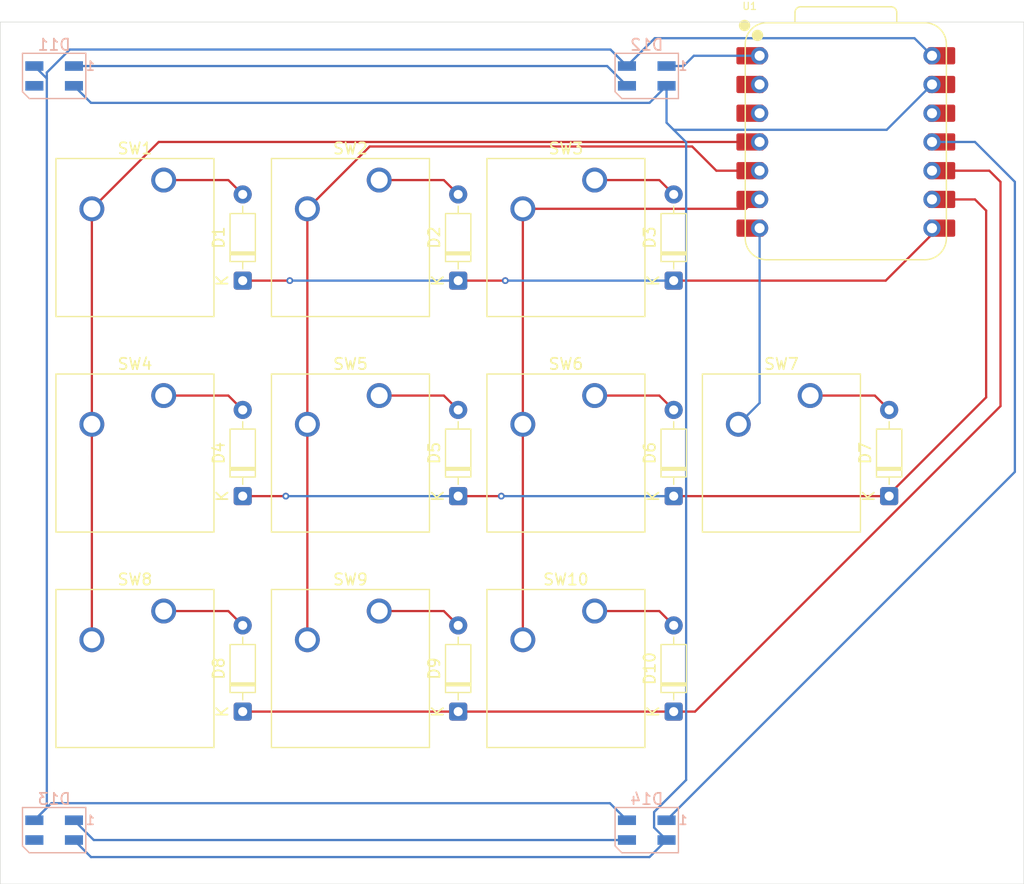
<source format=kicad_pcb>
(kicad_pcb (version 20241229) (generator "pcbnew") (generator_version "9.0")
  (layers (0 "F.Cu" signal) (2 "B.Cu" signal) (13 "F.Paste" user) (15 "B.Paste" user) (5 "F.SilkS" user "F.Silkscreen") (7 "B.SilkS" user "B.Silkscreen") (1 "F.Mask" user) (3 "B.Mask" user) (25 "Edge.Cuts" user))
  (net 0 "")
  (net 1 "Net-(D2-A)")
  (net 2 "Row 0")
  (net 3 "Net-(D3-A)")
  (net 4 "Net-(D4-A)")
  (net 5 "Net-(D5-A)")
  (net 6 "Row 1")
  (net 7 "Net-(D6-A)")
  (net 8 "Net-(D7-A)")
  (net 9 "Row 2")
  (net 10 "Net-(D8-A)")
  (net 11 "Net-(D9-A)")
  (net 12 "Net-(D10-A)")
  (net 13 "Col 0")
  (net 14 "Col 1")
  (net 15 "Col 2")
  (net 16 "GND")
  (net 17 "+5V")
  (net 21 "Net-(D11-DOUT)")
  (net 22 "Net-(D1-A)")
  (net 23 "Net-(D13-DOUT)")
  (net 24 "Col 3")
  (net 26 "Net-(D14-DOUT)")
  (net 28 "Net-(D12-DOUT)")
  (footprint "Diode_THT:D_DO-35_SOD27_P7.62mm_Horizontal" (layer "F.Cu") (at 166.6875 101.44125 90)
    (property "Reference" "D3" (at 3.81 -2.12 90) (layer "F.SilkS"))
    (property "Value" "D")
    (fp_line (start 2.53 -1.12) (end 2.53 1.12) (stroke (width 0.12)) (layer "F.SilkS"))
    (fp_line (start 2.41 -1.12) (end 2.41 1.12) (stroke (width 0.12)) (layer "F.SilkS"))
    (fp_line (start 2.29 -1.12) (end 2.29 1.12) (stroke (width 0.12)) (layer "F.SilkS"))
    (fp_line (start 6.58 0) (end 5.93 0) (stroke (width 0.12)) (layer "F.SilkS"))
    (fp_line (start 1.04 0) (end 1.69 0) (stroke (width 0.12)) (layer "F.SilkS"))
    (fp_rect (start 1.69 -1.12) (end 5.93 1.12) (stroke (width 0.12)) (fill no) (layer "F.SilkS"))
    (fp_text user "K" (at 0 -1.8 90) (layer "F.SilkS"))
    (pad "1" thru_hole roundrect (at 0 0 90) (size 1.6 1.6) (drill 0.8) (layers "*.Cu" "*.Mask") (roundrect_rratio 0.15625) (net 2 "Row 0"))
    (pad "2" thru_hole circle (at 7.62 0 90) (size 1.6 1.6) (drill 0.8) (layers "*.Cu" "*.Mask") (net 3 "Net-(D3-A)"))
  )
  (footprint "Diode_THT:D_DO-35_SOD27_P7.62mm_Horizontal" (layer "F.Cu") (at 128.5875 139.54125 90)
    (property "Reference" "D8" (at 3.81 -2.12 90) (layer "F.SilkS"))
    (property "Value" "D")
    (fp_line (start 2.53 -1.12) (end 2.53 1.12) (stroke (width 0.12)) (layer "F.SilkS"))
    (fp_line (start 2.41 -1.12) (end 2.41 1.12) (stroke (width 0.12)) (layer "F.SilkS"))
    (fp_line (start 2.29 -1.12) (end 2.29 1.12) (stroke (width 0.12)) (layer "F.SilkS"))
    (fp_line (start 6.58 0) (end 5.93 0) (stroke (width 0.12)) (layer "F.SilkS"))
    (fp_line (start 1.04 0) (end 1.69 0) (stroke (width 0.12)) (layer "F.SilkS"))
    (fp_rect (start 1.69 -1.12) (end 5.93 1.12) (stroke (width 0.12)) (fill no) (layer "F.SilkS"))
    (fp_text user "K" (at 0 -1.8 90) (layer "F.SilkS"))
    (pad "1" thru_hole roundrect (at 0 0 90) (size 1.6 1.6) (drill 0.8) (layers "*.Cu" "*.Mask") (roundrect_rratio 0.15625) (net 9 "Row 2"))
    (pad "2" thru_hole circle (at 7.62 0 90) (size 1.6 1.6) (drill 0.8) (layers "*.Cu" "*.Mask") (net 10 "Net-(D8-A)"))
  )
  (footprint "Button_Switch_Keyboard:SW_Cherry_MX_1.00u_PCB" (layer "F.Cu") (at 140.6525 111.60125)
    (property "Reference" "SW5" (at -2.54 -2.794 0) (layer "F.SilkS"))
    (property "Value" "SW_Push")
    (fp_line (start -9.525 -1.905) (end 4.445 -1.905) (stroke (width 0.12)) (layer "F.SilkS"))
    (fp_line (start -9.525 12.065) (end -9.525 -1.905) (stroke (width 0.12)) (layer "F.SilkS"))
    (fp_line (start 4.445 -1.905) (end 4.445 12.065) (stroke (width 0.12)) (layer "F.SilkS"))
    (fp_line (start 4.445 12.065) (end -9.525 12.065) (stroke (width 0.12)) (layer "F.SilkS"))
    (pad "" np_thru_hole circle (at -7.62 5.08) (size 1.7 1.7) (drill 1.7) (layers "*.Cu" "*.Mask"))
    (pad "" np_thru_hole circle (at -2.54 5.08) (size 4 4) (drill 4) (layers "*.Cu" "*.Mask"))
    (pad "" np_thru_hole circle (at 2.54 5.08) (size 1.7 1.7) (drill 1.7) (layers "*.Cu" "*.Mask"))
    (pad "1" thru_hole circle (at 0 0) (size 2.2 2.2) (drill 1.5) (layers "*.Cu" "*.Mask") (net 5 "Net-(D5-A)"))
    (pad "2" thru_hole circle (at -6.35 2.54) (size 2.2 2.2) (drill 1.5) (layers "*.Cu" "*.Mask") (net 14 "Col 1"))
  )
  (footprint "Button_Switch_Keyboard:SW_Cherry_MX_1.00u_PCB" (layer "F.Cu") (at 159.7025 130.65125)
    (property "Reference" "SW10" (at -2.54 -2.794 0) (layer "F.SilkS"))
    (property "Value" "SW_Push")
    (fp_line (start -9.525 -1.905) (end 4.445 -1.905) (stroke (width 0.12)) (layer "F.SilkS"))
    (fp_line (start -9.525 12.065) (end -9.525 -1.905) (stroke (width 0.12)) (layer "F.SilkS"))
    (fp_line (start 4.445 -1.905) (end 4.445 12.065) (stroke (width 0.12)) (layer "F.SilkS"))
    (fp_line (start 4.445 12.065) (end -9.525 12.065) (stroke (width 0.12)) (layer "F.SilkS"))
    (pad "" np_thru_hole circle (at -7.62 5.08) (size 1.7 1.7) (drill 1.7) (layers "*.Cu" "*.Mask"))
    (pad "" np_thru_hole circle (at -2.54 5.08) (size 4 4) (drill 4) (layers "*.Cu" "*.Mask"))
    (pad "" np_thru_hole circle (at 2.54 5.08) (size 1.7 1.7) (drill 1.7) (layers "*.Cu" "*.Mask"))
    (pad "1" thru_hole circle (at 0 0) (size 2.2 2.2) (drill 1.5) (layers "*.Cu" "*.Mask") (net 12 "Net-(D10-A)"))
    (pad "2" thru_hole circle (at -6.35 2.54) (size 2.2 2.2) (drill 1.5) (layers "*.Cu" "*.Mask") (net 15 "Col 2"))
  )
  (footprint "Diode_THT:D_DO-35_SOD27_P7.62mm_Horizontal" (layer "F.Cu") (at 128.5875 120.49125 90)
    (property "Reference" "D4" (at 3.81 -2.12 90) (layer "F.SilkS"))
    (property "Value" "D")
    (fp_line (start 2.53 -1.12) (end 2.53 1.12) (stroke (width 0.12)) (layer "F.SilkS"))
    (fp_line (start 2.41 -1.12) (end 2.41 1.12) (stroke (width 0.12)) (layer "F.SilkS"))
    (fp_line (start 2.29 -1.12) (end 2.29 1.12) (stroke (width 0.12)) (layer "F.SilkS"))
    (fp_line (start 6.58 0) (end 5.93 0) (stroke (width 0.12)) (layer "F.SilkS"))
    (fp_line (start 1.04 0) (end 1.69 0) (stroke (width 0.12)) (layer "F.SilkS"))
    (fp_rect (start 1.69 -1.12) (end 5.93 1.12) (stroke (width 0.12)) (fill no) (layer "F.SilkS"))
    (fp_text user "K" (at 0 -1.8 90) (layer "F.SilkS"))
    (pad "1" thru_hole roundrect (at 0 0 90) (size 1.6 1.6) (drill 0.8) (layers "*.Cu" "*.Mask") (roundrect_rratio 0.15625) (net 6 "Row 1"))
    (pad "2" thru_hole circle (at 7.62 0 90) (size 1.6 1.6) (drill 0.8) (layers "*.Cu" "*.Mask") (net 4 "Net-(D4-A)"))
  )
  (footprint "Button_Switch_Keyboard:SW_Cherry_MX_1.00u_PCB" (layer "F.Cu") (at 140.6525 130.65125)
    (property "Reference" "SW9" (at -2.54 -2.794 0) (layer "F.SilkS"))
    (property "Value" "SW_Push")
    (fp_line (start -9.525 -1.905) (end 4.445 -1.905) (stroke (width 0.12)) (layer "F.SilkS"))
    (fp_line (start -9.525 12.065) (end -9.525 -1.905) (stroke (width 0.12)) (layer "F.SilkS"))
    (fp_line (start 4.445 -1.905) (end 4.445 12.065) (stroke (width 0.12)) (layer "F.SilkS"))
    (fp_line (start 4.445 12.065) (end -9.525 12.065) (stroke (width 0.12)) (layer "F.SilkS"))
    (pad "" np_thru_hole circle (at -7.62 5.08) (size 1.7 1.7) (drill 1.7) (layers "*.Cu" "*.Mask"))
    (pad "" np_thru_hole circle (at -2.54 5.08) (size 4 4) (drill 4) (layers "*.Cu" "*.Mask"))
    (pad "" np_thru_hole circle (at 2.54 5.08) (size 1.7 1.7) (drill 1.7) (layers "*.Cu" "*.Mask"))
    (pad "1" thru_hole circle (at 0 0) (size 2.2 2.2) (drill 1.5) (layers "*.Cu" "*.Mask") (net 11 "Net-(D9-A)"))
    (pad "2" thru_hole circle (at -6.35 2.54) (size 2.2 2.2) (drill 1.5) (layers "*.Cu" "*.Mask") (net 14 "Col 1"))
  )
  (footprint "Diode_THT:D_DO-35_SOD27_P7.62mm_Horizontal" (layer "F.Cu") (at 147.6375 139.54125 90)
    (property "Reference" "D9" (at 3.81 -2.12 90) (layer "F.SilkS"))
    (property "Value" "D")
    (fp_line (start 2.53 -1.12) (end 2.53 1.12) (stroke (width 0.12)) (layer "F.SilkS"))
    (fp_line (start 2.41 -1.12) (end 2.41 1.12) (stroke (width 0.12)) (layer "F.SilkS"))
    (fp_line (start 2.29 -1.12) (end 2.29 1.12) (stroke (width 0.12)) (layer "F.SilkS"))
    (fp_line (start 6.58 0) (end 5.93 0) (stroke (width 0.12)) (layer "F.SilkS"))
    (fp_line (start 1.04 0) (end 1.69 0) (stroke (width 0.12)) (layer "F.SilkS"))
    (fp_rect (start 1.69 -1.12) (end 5.93 1.12) (stroke (width 0.12)) (fill no) (layer "F.SilkS"))
    (fp_text user "K" (at 0 -1.8 90) (layer "F.SilkS"))
    (pad "1" thru_hole roundrect (at 0 0 90) (size 1.6 1.6) (drill 0.8) (layers "*.Cu" "*.Mask") (roundrect_rratio 0.15625) (net 9 "Row 2"))
    (pad "2" thru_hole circle (at 7.62 0 90) (size 1.6 1.6) (drill 0.8) (layers "*.Cu" "*.Mask") (net 11 "Net-(D9-A)"))
  )
  (footprint "Button_Switch_Keyboard:SW_Cherry_MX_1.00u_PCB" (layer "F.Cu") (at 159.7025 92.55125)
    (property "Reference" "SW3" (at -2.54 -2.794 0) (layer "F.SilkS"))
    (property "Value" "SW_Push")
    (fp_line (start -9.525 -1.905) (end 4.445 -1.905) (stroke (width 0.12)) (layer "F.SilkS"))
    (fp_line (start -9.525 12.065) (end -9.525 -1.905) (stroke (width 0.12)) (layer "F.SilkS"))
    (fp_line (start 4.445 -1.905) (end 4.445 12.065) (stroke (width 0.12)) (layer "F.SilkS"))
    (fp_line (start 4.445 12.065) (end -9.525 12.065) (stroke (width 0.12)) (layer "F.SilkS"))
    (pad "" np_thru_hole circle (at -7.62 5.08) (size 1.7 1.7) (drill 1.7) (layers "*.Cu" "*.Mask"))
    (pad "" np_thru_hole circle (at -2.54 5.08) (size 4 4) (drill 4) (layers "*.Cu" "*.Mask"))
    (pad "" np_thru_hole circle (at 2.54 5.08) (size 1.7 1.7) (drill 1.7) (layers "*.Cu" "*.Mask"))
    (pad "1" thru_hole circle (at 0 0) (size 2.2 2.2) (drill 1.5) (layers "*.Cu" "*.Mask") (net 3 "Net-(D3-A)"))
    (pad "2" thru_hole circle (at -6.35 2.54) (size 2.2 2.2) (drill 1.5) (layers "*.Cu" "*.Mask") (net 15 "Col 2"))
  )
  (footprint "Button_Switch_Keyboard:SW_Cherry_MX_1.00u_PCB" (layer "F.Cu") (at 121.6025 92.55125)
    (property "Reference" "SW1" (at -2.54 -2.794 0) (layer "F.SilkS"))
    (property "Value" "SW_Push")
    (fp_line (start -9.525 -1.905) (end 4.445 -1.905) (stroke (width 0.12)) (layer "F.SilkS"))
    (fp_line (start -9.525 12.065) (end -9.525 -1.905) (stroke (width 0.12)) (layer "F.SilkS"))
    (fp_line (start 4.445 -1.905) (end 4.445 12.065) (stroke (width 0.12)) (layer "F.SilkS"))
    (fp_line (start 4.445 12.065) (end -9.525 12.065) (stroke (width 0.12)) (layer "F.SilkS"))
    (pad "" np_thru_hole circle (at -7.62 5.08) (size 1.7 1.7) (drill 1.7) (layers "*.Cu" "*.Mask"))
    (pad "" np_thru_hole circle (at -2.54 5.08) (size 4 4) (drill 4) (layers "*.Cu" "*.Mask"))
    (pad "" np_thru_hole circle (at 2.54 5.08) (size 1.7 1.7) (drill 1.7) (layers "*.Cu" "*.Mask"))
    (pad "1" thru_hole circle (at 0 0) (size 2.2 2.2) (drill 1.5) (layers "*.Cu" "*.Mask") (net 22 "Net-(D1-A)"))
    (pad "2" thru_hole circle (at -6.35 2.54) (size 2.2 2.2) (drill 1.5) (layers "*.Cu" "*.Mask") (net 13 "Col 0"))
  )
  (footprint "Diode_THT:D_DO-35_SOD27_P7.62mm_Horizontal" (layer "F.Cu") (at 147.6375 101.44125 90)
    (property "Reference" "D2" (at 3.81 -2.12 90) (layer "F.SilkS"))
    (property "Value" "D")
    (fp_line (start 2.53 -1.12) (end 2.53 1.12) (stroke (width 0.12)) (layer "F.SilkS"))
    (fp_line (start 2.41 -1.12) (end 2.41 1.12) (stroke (width 0.12)) (layer "F.SilkS"))
    (fp_line (start 2.29 -1.12) (end 2.29 1.12) (stroke (width 0.12)) (layer "F.SilkS"))
    (fp_line (start 6.58 0) (end 5.93 0) (stroke (width 0.12)) (layer "F.SilkS"))
    (fp_line (start 1.04 0) (end 1.69 0) (stroke (width 0.12)) (layer "F.SilkS"))
    (fp_rect (start 1.69 -1.12) (end 5.93 1.12) (stroke (width 0.12)) (fill no) (layer "F.SilkS"))
    (fp_text user "K" (at 0 -1.8 90) (layer "F.SilkS"))
    (pad "1" thru_hole roundrect (at 0 0 90) (size 1.6 1.6) (drill 0.8) (layers "*.Cu" "*.Mask") (roundrect_rratio 0.15625) (net 2 "Row 0"))
    (pad "2" thru_hole circle (at 7.62 0 90) (size 1.6 1.6) (drill 0.8) (layers "*.Cu" "*.Mask") (net 1 "Net-(D2-A)"))
  )
  (footprint "OPL:XIAO-RP2040-DIP" (layer "F.Cu") (at 181.90425 89.18175)
    (property "Reference" "U1" (at -8.5 -12 0) (layer "F.SilkS") (effects (font (size 0.635 0.635) (thickness 0.1016))))
    (property "Value" "XIAO-RP2040-DIP")
    (fp_line (start -8.89 8.509) (end -8.89 -8.636) (stroke (width 0.127)) (layer "F.SilkS"))
    (fp_line (start -6.985 10.414) (end 6.985 10.414) (stroke (width 0.127)) (layer "F.SilkS"))
    (fp_line (start -4.495 -10.541) (end -4.491272 -11.451272) (stroke (width 0.127)) (layer "F.SilkS"))
    (fp_line (start -3.991272 -11.951) (end 4.004 -11.951) (stroke (width 0.127)) (layer "F.SilkS"))
    (fp_line (start 4.504 -11.451) (end 4.504 -10.541) (stroke (width 0.127)) (layer "F.SilkS"))
    (fp_line (start 6.985 -10.541) (end -6.985 -10.541) (stroke (width 0.1)) (layer "F.SilkS"))
    (fp_line (start 6.985 -10.541) (end -6.985 -10.541) (stroke (width 0.127)) (layer "F.SilkS"))
    (fp_line (start 8.89 8.509) (end 8.89 -8.636) (stroke (width 0.127)) (layer "F.SilkS"))
    (fp_arc (start -8.89 -8.636) (mid -8.332038 -9.983038) (end -6.985 -10.541) (stroke (width 0.127)) (layer "F.SilkS"))
    (fp_arc (start -6.985 10.414) (mid -8.332038 9.856038) (end -8.89 8.509) (stroke (width 0.127)) (layer "F.SilkS"))
    (fp_arc (start -4.491272 -11.451272) (mid -4.344728 -11.80464) (end -3.991272 -11.951) (stroke (width 0.127)) (layer "F.SilkS"))
    (fp_arc (start 4.004 -11.951) (mid 4.357553 -11.804553) (end 4.504 -11.451) (stroke (width 0.127)) (layer "F.SilkS"))
    (fp_arc (start 6.985 -10.541) (mid 8.332038 -9.983038) (end 8.89 -8.636) (stroke (width 0.127)) (layer "F.SilkS"))
    (fp_arc (start 8.89 8.509) (mid 8.332038 9.856038) (end 6.985 10.414) (stroke (width 0.127)) (layer "F.SilkS"))
    (fp_circle (center -8.95 -10.3) (end -8.95 -10.554) (stroke (width 0.5)) (fill yes) (layer "F.SilkS"))
    (fp_circle (center -7.807 -9.42) (end -7.807 -9.674) (stroke (width 0.5)) (fill yes) (layer "F.SilkS"))
    (pad "1" smd roundrect (at -8.455 -7.62 180) (size 2.432 1.524) (layers "F.Cu" "F.Mask") (roundrect_rratio 0.1) (net 28 "Net-(D12-DOUT)"))
    (pad "1" thru_hole circle (at -7.62 -7.62 180) (size 1.524 1.524) (drill 0.889) (layers "*.Cu" "*.Mask") (net 28 "Net-(D12-DOUT)"))
    (pad "2" smd roundrect (at -8.455 -5.08 180) (size 2.432 1.524) (layers "F.Cu" "F.Mask") (roundrect_rratio 0.1))
    (pad "2" thru_hole circle (at -7.62 -5.08 180) (size 1.524 1.524) (drill 0.889) (layers "*.Cu" "*.Mask"))
    (pad "3" smd roundrect (at -8.455 -2.54 180) (size 2.432 1.524) (layers "F.Cu" "F.Mask") (roundrect_rratio 0.1))
    (pad "3" thru_hole circle (at -7.62 -2.54 180) (size 1.524 1.524) (drill 0.889) (layers "*.Cu" "*.Mask"))
    (pad "4" smd roundrect (at -8.455 0 180) (size 2.432 1.524) (layers "F.Cu" "F.Mask") (roundrect_rratio 0.1) (net 13 "Col 0"))
    (pad "4" thru_hole circle (at -7.62 0 180) (size 1.524 1.524) (drill 0.889) (layers "*.Cu" "*.Mask") (net 13 "Col 0"))
    (pad "5" smd roundrect (at -8.455 2.54 180) (size 2.432 1.524) (layers "F.Cu" "F.Mask") (roundrect_rratio 0.1) (net 14 "Col 1"))
    (pad "5" thru_hole circle (at -7.62 2.54 180) (size 1.524 1.524) (drill 0.889) (layers "*.Cu" "*.Mask") (net 14 "Col 1"))
    (pad "6" smd roundrect (at -8.455 5.08 180) (size 2.432 1.524) (layers "F.Cu" "F.Mask") (roundrect_rratio 0.1) (net 15 "Col 2"))
    (pad "6" thru_hole circle (at -7.62 5.08 180) (size 1.524 1.524) (drill 0.889) (layers "*.Cu" "*.Mask") (net 15 "Col 2"))
    (pad "7" smd roundrect (at -8.455 7.62 180) (size 2.432 1.524) (layers "F.Cu" "F.Mask") (roundrect_rratio 0.1) (net 24 "Col 3"))
    (pad "7" thru_hole circle (at -7.62 7.62 180) (size 1.524 1.524) (drill 0.889) (layers "*.Cu" "*.Mask") (net 24 "Col 3"))
    (pad "8" thru_hole circle (at 7.62 7.62) (size 1.524 1.524) (drill 0.889) (layers "*.Cu" "*.Mask") (net 2 "Row 0"))
    (pad "8" smd roundrect (at 8.455 7.62) (size 2.432 1.524) (layers "F.Cu" "F.Mask") (roundrect_rratio 0.1) (net 2 "Row 0"))
    (pad "9" thru_hole circle (at 7.62 5.08) (size 1.524 1.524) (drill 0.889) (layers "*.Cu" "*.Mask") (net 6 "Row 1"))
    (pad "9" smd roundrect (at 8.455 5.08) (size 2.432 1.524) (layers "F.Cu" "F.Mask") (roundrect_rratio 0.1) (net 6 "Row 1"))
    (pad "10" thru_hole circle (at 7.62 2.54) (size 1.524 1.524) (drill 0.889) (layers "*.Cu" "*.Mask") (net 9 "Row 2"))
    (pad "10" smd roundrect (at 8.455 2.54) (size 2.432 1.524) (layers "F.Cu" "F.Mask") (roundrect_rratio 0.1) (net 9 "Row 2"))
    (pad "11" thru_hole circle (at 7.62 0) (size 1.524 1.524) (drill 0.889) (layers "*.Cu" "*.Mask") (net 26 "Net-(D14-DOUT)"))
    (pad "11" smd roundrect (at 8.455 0) (size 2.432 1.524) (layers "F.Cu" "F.Mask") (roundrect_rratio 0.1) (net 26 "Net-(D14-DOUT)"))
    (pad "12" thru_hole circle (at 7.62 -2.54) (size 1.524 1.524) (drill 0.889) (layers "*.Cu" "*.Mask"))
    (pad "12" smd roundrect (at 8.455 -2.54) (size 2.432 1.524) (layers "F.Cu" "F.Mask") (roundrect_rratio 0.1))
    (pad "13" thru_hole circle (at 7.62 -5.08) (size 1.524 1.524) (drill 0.889) (layers "*.Cu" "*.Mask") (net 16 "GND"))
    (pad "13" smd roundrect (at 8.455 -5.08) (size 2.432 1.524) (layers "F.Cu" "F.Mask") (roundrect_rratio 0.1) (net 16 "GND"))
    (pad "14" thru_hole circle (at 7.62 -7.62) (size 1.524 1.524) (drill 0.889) (layers "*.Cu" "*.Mask") (net 17 "+5V"))
    (pad "14" smd roundrect (at 8.455 -7.62) (size 2.432 1.524) (layers "F.Cu" "F.Mask") (roundrect_rratio 0.1) (net 17 "+5V"))
  )
  (footprint "Button_Switch_Keyboard:SW_Cherry_MX_1.00u_PCB" (layer "F.Cu") (at 121.6025 130.65125)
    (property "Reference" "SW8" (at -2.54 -2.794 0) (layer "F.SilkS"))
    (property "Value" "SW_Push")
    (fp_line (start -9.525 -1.905) (end 4.445 -1.905) (stroke (width 0.12)) (layer "F.SilkS"))
    (fp_line (start -9.525 12.065) (end -9.525 -1.905) (stroke (width 0.12)) (layer "F.SilkS"))
    (fp_line (start 4.445 -1.905) (end 4.445 12.065) (stroke (width 0.12)) (layer "F.SilkS"))
    (fp_line (start 4.445 12.065) (end -9.525 12.065) (stroke (width 0.12)) (layer "F.SilkS"))
    (pad "" np_thru_hole circle (at -7.62 5.08) (size 1.7 1.7) (drill 1.7) (layers "*.Cu" "*.Mask"))
    (pad "" np_thru_hole circle (at -2.54 5.08) (size 4 4) (drill 4) (layers "*.Cu" "*.Mask"))
    (pad "" np_thru_hole circle (at 2.54 5.08) (size 1.7 1.7) (drill 1.7) (layers "*.Cu" "*.Mask"))
    (pad "1" thru_hole circle (at 0 0) (size 2.2 2.2) (drill 1.5) (layers "*.Cu" "*.Mask") (net 10 "Net-(D8-A)"))
    (pad "2" thru_hole circle (at -6.35 2.54) (size 2.2 2.2) (drill 1.5) (layers "*.Cu" "*.Mask") (net 13 "Col 0"))
  )
  (footprint "Diode_THT:D_DO-35_SOD27_P7.62mm_Horizontal" (layer "F.Cu") (at 166.6875 120.49125 90)
    (property "Reference" "D6" (at 3.81 -2.12 90) (layer "F.SilkS"))
    (property "Value" "D")
    (fp_line (start 2.53 -1.12) (end 2.53 1.12) (stroke (width 0.12)) (layer "F.SilkS"))
    (fp_line (start 2.41 -1.12) (end 2.41 1.12) (stroke (width 0.12)) (layer "F.SilkS"))
    (fp_line (start 2.29 -1.12) (end 2.29 1.12) (stroke (width 0.12)) (layer "F.SilkS"))
    (fp_line (start 6.58 0) (end 5.93 0) (stroke (width 0.12)) (layer "F.SilkS"))
    (fp_line (start 1.04 0) (end 1.69 0) (stroke (width 0.12)) (layer "F.SilkS"))
    (fp_rect (start 1.69 -1.12) (end 5.93 1.12) (stroke (width 0.12)) (fill no) (layer "F.SilkS"))
    (fp_text user "K" (at 0 -1.8 90) (layer "F.SilkS"))
    (pad "1" thru_hole roundrect (at 0 0 90) (size 1.6 1.6) (drill 0.8) (layers "*.Cu" "*.Mask") (roundrect_rratio 0.15625) (net 6 "Row 1"))
    (pad "2" thru_hole circle (at 7.62 0 90) (size 1.6 1.6) (drill 0.8) (layers "*.Cu" "*.Mask") (net 7 "Net-(D6-A)"))
  )
  (footprint "Button_Switch_Keyboard:SW_Cherry_MX_1.00u_PCB" (layer "F.Cu") (at 121.6025 111.60125)
    (property "Reference" "SW4" (at -2.54 -2.794 0) (layer "F.SilkS"))
    (property "Value" "SW_Push")
    (fp_line (start -9.525 -1.905) (end 4.445 -1.905) (stroke (width 0.12)) (layer "F.SilkS"))
    (fp_line (start -9.525 12.065) (end -9.525 -1.905) (stroke (width 0.12)) (layer "F.SilkS"))
    (fp_line (start 4.445 -1.905) (end 4.445 12.065) (stroke (width 0.12)) (layer "F.SilkS"))
    (fp_line (start 4.445 12.065) (end -9.525 12.065) (stroke (width 0.12)) (layer "F.SilkS"))
    (pad "" np_thru_hole circle (at -7.62 5.08) (size 1.7 1.7) (drill 1.7) (layers "*.Cu" "*.Mask"))
    (pad "" np_thru_hole circle (at -2.54 5.08) (size 4 4) (drill 4) (layers "*.Cu" "*.Mask"))
    (pad "" np_thru_hole circle (at 2.54 5.08) (size 1.7 1.7) (drill 1.7) (layers "*.Cu" "*.Mask"))
    (pad "1" thru_hole circle (at 0 0) (size 2.2 2.2) (drill 1.5) (layers "*.Cu" "*.Mask") (net 4 "Net-(D4-A)"))
    (pad "2" thru_hole circle (at -6.35 2.54) (size 2.2 2.2) (drill 1.5) (layers "*.Cu" "*.Mask") (net 13 "Col 0"))
  )
  (footprint "Button_Switch_Keyboard:SW_Cherry_MX_1.00u_PCB" (layer "F.Cu") (at 178.7525 111.60125)
    (property "Reference" "SW7" (at -2.54 -2.794 0) (layer "F.SilkS"))
    (property "Value" "SW_Push")
    (fp_line (start -9.525 -1.905) (end 4.445 -1.905) (stroke (width 0.12)) (layer "F.SilkS"))
    (fp_line (start -9.525 12.065) (end -9.525 -1.905) (stroke (width 0.12)) (layer "F.SilkS"))
    (fp_line (start 4.445 -1.905) (end 4.445 12.065) (stroke (width 0.12)) (layer "F.SilkS"))
    (fp_line (start 4.445 12.065) (end -9.525 12.065) (stroke (width 0.12)) (layer "F.SilkS"))
    (pad "" np_thru_hole circle (at -7.62 5.08) (size 1.7 1.7) (drill 1.7) (layers "*.Cu" "*.Mask"))
    (pad "" np_thru_hole circle (at -2.54 5.08) (size 4 4) (drill 4) (layers "*.Cu" "*.Mask"))
    (pad "" np_thru_hole circle (at 2.54 5.08) (size 1.7 1.7) (drill 1.7) (layers "*.Cu" "*.Mask"))
    (pad "1" thru_hole circle (at 0 0) (size 2.2 2.2) (drill 1.5) (layers "*.Cu" "*.Mask") (net 8 "Net-(D7-A)"))
    (pad "2" thru_hole circle (at -6.35 2.54) (size 2.2 2.2) (drill 1.5) (layers "*.Cu" "*.Mask") (net 24 "Col 3"))
  )
  (footprint "Diode_THT:D_DO-35_SOD27_P7.62mm_Horizontal" (layer "F.Cu") (at 185.7375 120.49125 90)
    (property "Reference" "D7" (at 3.81 -2.12 90) (layer "F.SilkS"))
    (property "Value" "D")
    (fp_line (start 2.53 -1.12) (end 2.53 1.12) (stroke (width 0.12)) (layer "F.SilkS"))
    (fp_line (start 2.41 -1.12) (end 2.41 1.12) (stroke (width 0.12)) (layer "F.SilkS"))
    (fp_line (start 2.29 -1.12) (end 2.29 1.12) (stroke (width 0.12)) (layer "F.SilkS"))
    (fp_line (start 6.58 0) (end 5.93 0) (stroke (width 0.12)) (layer "F.SilkS"))
    (fp_line (start 1.04 0) (end 1.69 0) (stroke (width 0.12)) (layer "F.SilkS"))
    (fp_rect (start 1.69 -1.12) (end 5.93 1.12) (stroke (width 0.12)) (fill no) (layer "F.SilkS"))
    (fp_text user "K" (at 0 -1.8 90) (layer "F.SilkS"))
    (pad "1" thru_hole roundrect (at 0 0 90) (size 1.6 1.6) (drill 0.8) (layers "*.Cu" "*.Mask") (roundrect_rratio 0.15625) (net 6 "Row 1"))
    (pad "2" thru_hole circle (at 7.62 0 90) (size 1.6 1.6) (drill 0.8) (layers "*.Cu" "*.Mask") (net 8 "Net-(D7-A)"))
  )
  (footprint "Diode_THT:D_DO-35_SOD27_P7.62mm_Horizontal" (layer "F.Cu") (at 128.5875 101.44125 90)
    (property "Reference" "D1" (at 3.81 -2.12 90) (layer "F.SilkS"))
    (property "Value" "D")
    (fp_line (start 2.53 -1.12) (end 2.53 1.12) (stroke (width 0.12)) (layer "F.SilkS"))
    (fp_line (start 2.41 -1.12) (end 2.41 1.12) (stroke (width 0.12)) (layer "F.SilkS"))
    (fp_line (start 2.29 -1.12) (end 2.29 1.12) (stroke (width 0.12)) (layer "F.SilkS"))
    (fp_line (start 6.58 0) (end 5.93 0) (stroke (width 0.12)) (layer "F.SilkS"))
    (fp_line (start 1.04 0) (end 1.69 0) (stroke (width 0.12)) (layer "F.SilkS"))
    (fp_rect (start 1.69 -1.12) (end 5.93 1.12) (stroke (width 0.12)) (fill no) (layer "F.SilkS"))
    (fp_text user "K" (at 0 -1.8 90) (layer "F.SilkS"))
    (pad "1" thru_hole roundrect (at 0 0 90) (size 1.6 1.6) (drill 0.8) (layers "*.Cu" "*.Mask") (roundrect_rratio 0.15625) (net 2 "Row 0"))
    (pad "2" thru_hole circle (at 7.62 0 90) (size 1.6 1.6) (drill 0.8) (layers "*.Cu" "*.Mask") (net 22 "Net-(D1-A)"))
  )
  (footprint "Button_Switch_Keyboard:SW_Cherry_MX_1.00u_PCB" (layer "F.Cu") (at 159.7025 111.60125)
    (property "Reference" "SW6" (at -2.54 -2.794 0) (layer "F.SilkS"))
    (property "Value" "SW_Push")
    (fp_line (start -9.525 -1.905) (end 4.445 -1.905) (stroke (width 0.12)) (layer "F.SilkS"))
    (fp_line (start -9.525 12.065) (end -9.525 -1.905) (stroke (width 0.12)) (layer "F.SilkS"))
    (fp_line (start 4.445 -1.905) (end 4.445 12.065) (stroke (width 0.12)) (layer "F.SilkS"))
    (fp_line (start 4.445 12.065) (end -9.525 12.065) (stroke (width 0.12)) (layer "F.SilkS"))
    (pad "" np_thru_hole circle (at -7.62 5.08) (size 1.7 1.7) (drill 1.7) (layers "*.Cu" "*.Mask"))
    (pad "" np_thru_hole circle (at -2.54 5.08) (size 4 4) (drill 4) (layers "*.Cu" "*.Mask"))
    (pad "" np_thru_hole circle (at 2.54 5.08) (size 1.7 1.7) (drill 1.7) (layers "*.Cu" "*.Mask"))
    (pad "1" thru_hole circle (at 0 0) (size 2.2 2.2) (drill 1.5) (layers "*.Cu" "*.Mask") (net 7 "Net-(D6-A)"))
    (pad "2" thru_hole circle (at -6.35 2.54) (size 2.2 2.2) (drill 1.5) (layers "*.Cu" "*.Mask") (net 15 "Col 2"))
  )
  (footprint "Button_Switch_Keyboard:SW_Cherry_MX_1.00u_PCB" (layer "F.Cu") (at 140.6525 92.55125)
    (property "Reference" "SW2" (at -2.54 -2.794 0) (layer "F.SilkS"))
    (property "Value" "SW_Push")
    (fp_line (start -9.525 -1.905) (end 4.445 -1.905) (stroke (width 0.12)) (layer "F.SilkS"))
    (fp_line (start -9.525 12.065) (end -9.525 -1.905) (stroke (width 0.12)) (layer "F.SilkS"))
    (fp_line (start 4.445 -1.905) (end 4.445 12.065) (stroke (width 0.12)) (layer "F.SilkS"))
    (fp_line (start 4.445 12.065) (end -9.525 12.065) (stroke (width 0.12)) (layer "F.SilkS"))
    (pad "" np_thru_hole circle (at -7.62 5.08) (size 1.7 1.7) (drill 1.7) (layers "*.Cu" "*.Mask"))
    (pad "" np_thru_hole circle (at -2.54 5.08) (size 4 4) (drill 4) (layers "*.Cu" "*.Mask"))
    (pad "" np_thru_hole circle (at 2.54 5.08) (size 1.7 1.7) (drill 1.7) (layers "*.Cu" "*.Mask"))
    (pad "1" thru_hole circle (at 0 0) (size 2.2 2.2) (drill 1.5) (layers "*.Cu" "*.Mask") (net 1 "Net-(D2-A)"))
    (pad "2" thru_hole circle (at -6.35 2.54) (size 2.2 2.2) (drill 1.5) (layers "*.Cu" "*.Mask") (net 14 "Col 1"))
  )
  (footprint "Diode_THT:D_DO-35_SOD27_P7.62mm_Horizontal" (layer "F.Cu") (at 147.6375 120.49125 90)
    (property "Reference" "D5" (at 3.81 -2.12 90) (layer "F.SilkS"))
    (property "Value" "D")
    (fp_line (start 2.53 -1.12) (end 2.53 1.12) (stroke (width 0.12)) (layer "F.SilkS"))
    (fp_line (start 2.41 -1.12) (end 2.41 1.12) (stroke (width 0.12)) (layer "F.SilkS"))
    (fp_line (start 2.29 -1.12) (end 2.29 1.12) (stroke (width 0.12)) (layer "F.SilkS"))
    (fp_line (start 6.58 0) (end 5.93 0) (stroke (width 0.12)) (layer "F.SilkS"))
    (fp_line (start 1.04 0) (end 1.69 0) (stroke (width 0.12)) (layer "F.SilkS"))
    (fp_rect (start 1.69 -1.12) (end 5.93 1.12) (stroke (width 0.12)) (fill no) (layer "F.SilkS"))
    (fp_text user "K" (at 0 -1.8 90) (layer "F.SilkS"))
    (pad "1" thru_hole roundrect (at 0 0 90) (size 1.6 1.6) (drill 0.8) (layers "*.Cu" "*.Mask") (roundrect_rratio 0.15625) (net 6 "Row 1"))
    (pad "2" thru_hole circle (at 7.62 0 90) (size 1.6 1.6) (drill 0.8) (layers "*.Cu" "*.Mask") (net 5 "Net-(D5-A)"))
  )
  (footprint "Diode_THT:D_DO-35_SOD27_P7.62mm_Horizontal" (layer "F.Cu") (at 166.6875 139.54125 90)
    (property "Reference" "D10" (at 3.81 -2.12 90) (layer "F.SilkS"))
    (property "Value" "D")
    (fp_line (start 2.53 -1.12) (end 2.53 1.12) (stroke (width 0.12)) (layer "F.SilkS"))
    (fp_line (start 2.41 -1.12) (end 2.41 1.12) (stroke (width 0.12)) (layer "F.SilkS"))
    (fp_line (start 2.29 -1.12) (end 2.29 1.12) (stroke (width 0.12)) (layer "F.SilkS"))
    (fp_line (start 6.58 0) (end 5.93 0) (stroke (width 0.12)) (layer "F.SilkS"))
    (fp_line (start 1.04 0) (end 1.69 0) (stroke (width 0.12)) (layer "F.SilkS"))
    (fp_rect (start 1.69 -1.12) (end 5.93 1.12) (stroke (width 0.12)) (fill no) (layer "F.SilkS"))
    (fp_text user "K" (at 0 -1.8 90) (layer "F.SilkS"))
    (pad "1" thru_hole roundrect (at 0 0 90) (size 1.6 1.6) (drill 0.8) (layers "*.Cu" "*.Mask") (roundrect_rratio 0.15625) (net 9 "Row 2"))
    (pad "2" thru_hole circle (at 7.62 0 90) (size 1.6 1.6) (drill 0.8) (layers "*.Cu" "*.Mask") (net 12 "Net-(D10-A)"))
  )
  (footprint "LED_SMD:LED_SK6812MINI_PLCC4_3.5x3.5mm_P1.75mm" (layer "B.Cu") (at 164.30625 150.01875 180)
    (property "Reference" "D14" (at 0 2.75 0) (layer "B.SilkS") (effects (justify mirror)))
    (property "Value" "SK6812MINI")
    (fp_line (start 2.8 -1.4) (end 2.8 2) (stroke (width 0.12)) (layer "B.SilkS"))
    (fp_line (start 2.8 -1.4) (end 2.2 -2) (stroke (width 0.12)) (layer "B.SilkS"))
    (fp_line (start -2.8 2) (end 2.8 2) (stroke (width 0.12)) (layer "B.SilkS"))
    (fp_line (start -2.8 2) (end -2.8 -2) (stroke (width 0.12)) (layer "B.SilkS"))
    (fp_line (start -2.8 -2) (end 2.2 -2) (stroke (width 0.12)) (layer "B.SilkS"))
    (fp_text user "1" (at -3.2 0.875 0) (layer "B.SilkS") (effects (font (size 0.8 0.8)) (justify mirror)))
    (pad "1" smd rect (at -1.75 0.875 180) (size 1.6 0.85) (layers "B.Cu" "B.Mask" "B.Paste") (net 26 "Net-(D14-DOUT)"))
    (pad "2" smd rect (at -1.75 -0.875 180) (size 1.6 0.85) (layers "B.Cu" "B.Mask" "B.Paste") (net 16 "GND"))
    (pad "3" smd rect (at 1.75 -0.875 180) (size 1.6 0.85) (layers "B.Cu" "B.Mask" "B.Paste") (net 23 "Net-(D13-DOUT)"))
    (pad "4" smd rect (at 1.75 0.875 180) (size 1.6 0.85) (layers "B.Cu" "B.Mask" "B.Paste") (net 17 "+5V"))
  )
  (footprint "LED_SMD:LED_SK6812MINI_PLCC4_3.5x3.5mm_P1.75mm" (layer "B.Cu") (at 111.91875 150.01875 180)
    (property "Reference" "D13" (at 0 2.75 0) (layer "B.SilkS") (effects (justify mirror)))
    (property "Value" "SK6812MINI")
    (fp_line (start 2.8 -1.4) (end 2.8 2) (stroke (width 0.12)) (layer "B.SilkS"))
    (fp_line (start 2.8 -1.4) (end 2.2 -2) (stroke (width 0.12)) (layer "B.SilkS"))
    (fp_line (start -2.8 2) (end 2.8 2) (stroke (width 0.12)) (layer "B.SilkS"))
    (fp_line (start -2.8 2) (end -2.8 -2) (stroke (width 0.12)) (layer "B.SilkS"))
    (fp_line (start -2.8 -2) (end 2.2 -2) (stroke (width 0.12)) (layer "B.SilkS"))
    (fp_text user "1" (at -3.2 0.875 0) (layer "B.SilkS") (effects (font (size 0.8 0.8)) (justify mirror)))
    (pad "1" smd rect (at -1.75 0.875 180) (size 1.6 0.85) (layers "B.Cu" "B.Mask" "B.Paste") (net 23 "Net-(D13-DOUT)"))
    (pad "2" smd rect (at -1.75 -0.875 180) (size 1.6 0.85) (layers "B.Cu" "B.Mask" "B.Paste") (net 16 "GND"))
    (pad "3" smd rect (at 1.75 -0.875 180) (size 1.6 0.85) (layers "B.Cu" "B.Mask" "B.Paste"))
    (pad "4" smd rect (at 1.75 0.875 180) (size 1.6 0.85) (layers "B.Cu" "B.Mask" "B.Paste") (net 17 "+5V"))
  )
  (footprint "LED_SMD:LED_SK6812MINI_PLCC4_3.5x3.5mm_P1.75mm" (layer "B.Cu") (at 111.91875 83.34375 180)
    (property "Reference" "D11" (at 0 2.75 0) (layer "B.SilkS") (effects (justify mirror)))
    (property "Value" "SK6812MINI")
    (fp_line (start 2.8 -1.4) (end 2.8 2) (stroke (width 0.12)) (layer "B.SilkS"))
    (fp_line (start 2.8 -1.4) (end 2.2 -2) (stroke (width 0.12)) (layer "B.SilkS"))
    (fp_line (start -2.8 2) (end 2.8 2) (stroke (width 0.12)) (layer "B.SilkS"))
    (fp_line (start -2.8 2) (end -2.8 -2) (stroke (width 0.12)) (layer "B.SilkS"))
    (fp_line (start -2.8 -2) (end 2.2 -2) (stroke (width 0.12)) (layer "B.SilkS"))
    (fp_text user "1" (at -3.2 0.875 0) (layer "B.SilkS") (effects (font (size 0.8 0.8)) (justify mirror)))
    (pad "1" smd rect (at -1.75 0.875 180) (size 1.6 0.85) (layers "B.Cu" "B.Mask" "B.Paste") (net 21 "Net-(D11-DOUT)"))
    (pad "2" smd rect (at -1.75 -0.875 180) (size 1.6 0.85) (layers "B.Cu" "B.Mask" "B.Paste") (net 16 "GND"))
    (pad "3" smd rect (at 1.75 -0.875 180) (size 1.6 0.85) (layers "B.Cu" "B.Mask" "B.Paste"))
    (pad "4" smd rect (at 1.75 0.875 180) (size 1.6 0.85) (layers "B.Cu" "B.Mask" "B.Paste") (net 17 "+5V"))
  )
  (footprint "LED_SMD:LED_SK6812MINI_PLCC4_3.5x3.5mm_P1.75mm" (layer "B.Cu") (at 164.30625 83.34375 180)
    (property "Reference" "D12" (at 0 2.75 0) (layer "B.SilkS") (effects (justify mirror)))
    (property "Value" "SK6812MINI")
    (fp_line (start 2.8 -1.4) (end 2.8 2) (stroke (width 0.12)) (layer "B.SilkS"))
    (fp_line (start 2.8 -1.4) (end 2.2 -2) (stroke (width 0.12)) (layer "B.SilkS"))
    (fp_line (start -2.8 2) (end 2.8 2) (stroke (width 0.12)) (layer "B.SilkS"))
    (fp_line (start -2.8 2) (end -2.8 -2) (stroke (width 0.12)) (layer "B.SilkS"))
    (fp_line (start -2.8 -2) (end 2.2 -2) (stroke (width 0.12)) (layer "B.SilkS"))
    (fp_text user "1" (at -3.2 0.875 0) (layer "B.SilkS") (effects (font (size 0.8 0.8)) (justify mirror)))
    (pad "1" smd rect (at -1.75 0.875 180) (size 1.6 0.85) (layers "B.Cu" "B.Mask" "B.Paste") (net 28 "Net-(D12-DOUT)"))
    (pad "2" smd rect (at -1.75 -0.875 180) (size 1.6 0.85) (layers "B.Cu" "B.Mask" "B.Paste") (net 16 "GND"))
    (pad "3" smd rect (at 1.75 -0.875 180) (size 1.6 0.85) (layers "B.Cu" "B.Mask" "B.Paste") (net 21 "Net-(D11-DOUT)"))
    (pad "4" smd rect (at 1.75 0.875 180) (size 1.6 0.85) (layers "B.Cu" "B.Mask" "B.Paste") (net 17 "+5V"))
  )
  (gr_rect (start 107.15625 78.58125) (end 197.64375 154.78125) (stroke (width 0.05)) (fill no) (layer "Edge.Cuts"))
  (segment (start 146.3675 92.55125) (end 147.6375 93.82125) (width 0.2) (layer "F.Cu") (net 1))
  (segment (start 140.6525 92.55125) (end 146.3675 92.55125) (width 0.2) (layer "F.Cu") (net 1))
  (segment (start 132.75 101.44125) (end 128.5875 101.44125) (width 0.2) (layer "F.Cu") (net 2))
  (segment (start 185.42975 101.44125) (end 190.06925 96.80175) (width 0.2) (layer "F.Cu") (net 2))
  (segment (start 151.8 101.44125) (end 147.6375 101.44125) (width 0.2) (layer "F.Cu") (net 2))
  (segment (start 166.6875 101.44125) (end 185.42975 101.44125) (width 0.2) (layer "F.Cu") (net 2))
  (via (at 132.75 101.44125) (size 0.6) (drill 0.3) (layers "F.Cu" "B.Cu") (net 2))
  (via (at 151.8 101.44125) (size 0.6) (drill 0.3) (layers "F.Cu" "B.Cu") (net 2))
  (segment (start 132.75 101.44125) (end 147.6375 101.44125) (width 0.2) (layer "B.Cu") (net 2))
  (segment (start 151.8 101.44125) (end 166.6875 101.44125) (width 0.2) (layer "B.Cu") (net 2))
  (segment (start 159.7025 92.55125) (end 165.4175 92.55125) (width 0.2) (layer "F.Cu") (net 3))
  (segment (start 165.4175 92.55125) (end 166.6875 93.82125) (width 0.2) (layer "F.Cu") (net 3))
  (segment (start 121.6025 111.60125) (end 127.3175 111.60125) (width 0.2) (layer "F.Cu") (net 4))
  (segment (start 127.3175 111.60125) (end 128.5875 112.87125) (width 0.2) (layer "F.Cu") (net 4))
  (segment (start 146.3675 111.60125) (end 147.6375 112.87125) (width 0.2) (layer "F.Cu") (net 5))
  (segment (start 140.6525 111.60125) (end 146.3675 111.60125) (width 0.2) (layer "F.Cu") (net 5))
  (segment (start 166.6875 120.49125) (end 185.7375 120.49125) (width 0.2) (layer "F.Cu") (net 6))
  (segment (start 193.32175 94.26175) (end 190.35925 94.26175) (width 0.2) (layer "F.Cu") (net 6))
  (segment (start 185.7375 120.3325) (end 194.31 111.76) (width 0.2) (layer "F.Cu") (net 6))
  (segment (start 194.31 95.25) (end 193.32175 94.26175) (width 0.2) (layer "F.Cu") (net 6))
  (segment (start 185.7375 120.49125) (end 185.7375 120.3325) (width 0.2) (layer "F.Cu") (net 6))
  (segment (start 151.4475 120.49125) (end 147.6375 120.49125) (width 0.2) (layer "F.Cu") (net 6))
  (segment (start 194.31 111.76) (end 194.31 95.25) (width 0.2) (layer "F.Cu") (net 6))
  (segment (start 132.3975 120.49125) (end 128.5875 120.49125) (width 0.2) (layer "F.Cu") (net 6))
  (via (at 151.4475 120.49125) (size 0.6) (drill 0.3) (layers "F.Cu" "B.Cu") (net 6))
  (via (at 132.3975 120.49125) (size 0.6) (drill 0.3) (layers "F.Cu" "B.Cu") (net 6))
  (segment (start 151.4475 120.49125) (end 166.6875 120.49125) (width 0.2) (layer "B.Cu") (net 6))
  (segment (start 132.3975 120.49125) (end 147.6375 120.49125) (width 0.2) (layer "B.Cu") (net 6))
  (segment (start 165.4175 111.60125) (end 166.6875 112.87125) (width 0.2) (layer "F.Cu") (net 7))
  (segment (start 159.7025 111.60125) (end 165.4175 111.60125) (width 0.2) (layer "F.Cu") (net 7))
  (segment (start 184.4675 111.60125) (end 185.7375 112.87125) (width 0.2) (layer "F.Cu") (net 8))
  (segment (start 178.7525 111.60125) (end 184.4675 111.60125) (width 0.2) (layer "F.Cu") (net 8))
  (segment (start 128.5875 139.54125) (end 166.6875 139.54125) (width 0.2) (layer "F.Cu") (net 9))
  (segment (start 194.59175 91.72175) (end 190.06925 91.72175) (width 0.2) (layer "F.Cu") (net 9))
  (segment (start 195.58 92.71) (end 194.59175 91.72175) (width 0.2) (layer "F.Cu") (net 9))
  (segment (start 168.57366 139.54125) (end 195.58 112.53491) (width 0.2) (layer "F.Cu") (net 9))
  (segment (start 166.6875 139.54125) (end 168.57366 139.54125) (width 0.2) (layer "F.Cu") (net 9))
  (segment (start 195.58 112.53491) (end 195.58 92.71) (width 0.2) (layer "F.Cu") (net 9))
  (segment (start 127.3175 130.65125) (end 128.5875 131.92125) (width 0.2) (layer "F.Cu") (net 10))
  (segment (start 121.6025 130.65125) (end 127.3175 130.65125) (width 0.2) (layer "F.Cu") (net 10))
  (segment (start 146.3675 130.65125) (end 147.6375 131.92125) (width 0.2) (layer "F.Cu") (net 11))
  (segment (start 140.6525 130.65125) (end 146.3675 130.65125) (width 0.2) (layer "F.Cu") (net 11))
  (segment (start 159.7025 130.65125) (end 165.4175 130.65125) (width 0.2) (layer "F.Cu") (net 12))
  (segment (start 165.4175 130.65125) (end 166.6875 131.92125) (width 0.2) (layer "F.Cu") (net 12))
  (segment (start 115.2525 95.09125) (end 121.162 89.18175) (width 0.2) (layer "F.Cu") (net 13))
  (segment (start 121.162 89.18175) (end 173.90425 89.18175) (width 0.2) (layer "F.Cu") (net 13))
  (segment (start 115.2525 95.09125) (end 115.2525 133.19125) (width 0.2) (layer "F.Cu") (net 13))
  (segment (start 134.3025 95.09125) (end 139.811 89.58275) (width 0.2) (layer "F.Cu") (net 14))
  (segment (start 170.46175 91.72175) (end 173.90425 91.72175) (width 0.2) (layer "F.Cu") (net 14))
  (segment (start 139.811 89.58275) (end 168.32275 89.58275) (width 0.2) (layer "F.Cu") (net 14))
  (segment (start 134.3025 95.09125) (end 134.3025 133.19125) (width 0.2) (layer "F.Cu") (net 14))
  (segment (start 168.32275 89.58275) (end 170.46175 91.72175) (width 0.2) (layer "F.Cu") (net 14))
  (segment (start 153.3525 95.09125) (end 173.07475 95.09125) (width 0.2) (layer "F.Cu") (net 15))
  (segment (start 173.07475 95.09125) (end 173.90425 94.26175) (width 0.2) (layer "F.Cu") (net 15))
  (segment (start 153.3525 95.09125) (end 153.3525 133.19125) (width 0.2) (layer "F.Cu") (net 15))
  (segment (start 191.258 84.10175) (end 190.06925 84.10175) (width 0.2) (layer "F.Cu") (net 16))
  (segment (start 113.66875 84.21875) (end 115.175 85.725) (width 0.2) (layer "B.Cu") (net 16))
  (segment (start 164.95525 149.79275) (end 166.05625 150.89375) (width 0.2) (layer "B.Cu") (net 16))
  (segment (start 164.55 85.725) (end 166.05625 84.21875) (width 0.2) (layer "B.Cu") (net 16))
  (segment (start 185.51975 88.10625) (end 189.52425 84.10175) (width 0.2) (layer "B.Cu") (net 16))
  (segment (start 167.7885 89.20725) (end 167.7885 145.5845) (width 0.2) (layer "B.Cu") (net 16))
  (segment (start 166.6875 88.10625) (end 166.05625 87.475) (width 0.2) (layer "B.Cu") (net 16))
  (segment (start 166.05625 87.475) (end 166.05625 84.21875) (width 0.2) (layer "B.Cu") (net 16))
  (segment (start 113.66875 150.89375) (end 115.175 152.4) (width 0.2) (layer "B.Cu") (net 16))
  (segment (start 115.175 152.4) (end 164.55 152.4) (width 0.2) (layer "B.Cu") (net 16))
  (segment (start 164.55 152.4) (end 166.05625 150.89375) (width 0.2) (layer "B.Cu") (net 16))
  (segment (start 164.95525 148.41775) (end 164.95525 149.79275) (width 0.2) (layer "B.Cu") (net 16))
  (segment (start 115.175 85.725) (end 164.55 85.725) (width 0.2) (layer "B.Cu") (net 16))
  (segment (start 166.6875 88.10625) (end 167.7885 89.20725) (width 0.2) (layer "B.Cu") (net 16))
  (segment (start 167.7885 145.5845) (end 164.95525 148.41775) (width 0.2) (layer "B.Cu") (net 16))
  (segment (start 166.6875 88.10625) (end 185.51975 88.10625) (width 0.2) (layer "B.Cu") (net 16))
  (segment (start 162.55625 82.46875) (end 161.098701 81.011201) (width 0.2) (layer "B.Cu") (net 17))
  (segment (start 165.015 80.01) (end 187.9725 80.01) (width 0.2) (layer "B.Cu") (net 17))
  (segment (start 111.26975 83.56975) (end 111.26975 148.04275) (width 0.2) (layer "B.Cu") (net 17))
  (segment (start 111.26975 83.04075) (end 111.26975 83.56975) (width 0.2) (layer "B.Cu") (net 17))
  (segment (start 110.16875 149.14375) (end 111.675 147.6375) (width 0.2) (layer "B.Cu") (net 17))
  (segment (start 110.16875 82.46875) (end 111.26975 83.56975) (width 0.2) (layer "B.Cu") (net 17))
  (segment (start 111.675 147.6375) (end 161.05 147.6375) (width 0.2) (layer "B.Cu") (net 17))
  (segment (start 111.26975 148.04275) (end 110.16875 149.14375) (width 0.2) (layer "B.Cu") (net 17))
  (segment (start 162.55625 82.46875) (end 165.015 80.01) (width 0.2) (layer "B.Cu") (net 17))
  (segment (start 187.9725 80.01) (end 189.52425 81.56175) (width 0.2) (layer "B.Cu") (net 17))
  (segment (start 161.05 147.6375) (end 162.55625 149.14375) (width 0.2) (layer "B.Cu") (net 17))
  (segment (start 161.098701 81.011201) (end 113.299299 81.011201) (width 0.2) (layer "B.Cu") (net 17))
  (segment (start 113.299299 81.011201) (end 111.26975 83.04075) (width 0.2) (layer "B.Cu") (net 17))
  (segment (start 113.66875 82.46875) (end 160.80625 82.46875) (width 0.2) (layer "B.Cu") (net 21))
  (segment (start 160.80625 82.46875) (end 162.55625 84.21875) (width 0.2) (layer "B.Cu") (net 21))
  (segment (start 121.6025 92.55125) (end 127.3175 92.55125) (width 0.2) (layer "F.Cu") (net 22))
  (segment (start 127.3175 92.55125) (end 128.5875 93.82125) (width 0.2) (layer "F.Cu") (net 22))
  (segment (start 115.41875 150.89375) (end 113.66875 149.14375) (width 0.2) (layer "B.Cu") (net 23))
  (segment (start 162.55625 150.89375) (end 115.41875 150.89375) (width 0.2) (layer "B.Cu") (net 23))
  (segment (start 172.4025 114.14125) (end 174.28425 112.2595) (width 0.2) (layer "B.Cu") (net 24))
  (segment (start 174.28425 112.2595) (end 174.28425 96.80175) (width 0.2) (layer "B.Cu") (net 24))
  (segment (start 191.5755 89.18175) (end 190.06925 89.18175) (width 0.2) (layer "F.Cu") (net 26))
  (segment (start 193.32175 89.18175) (end 189.52425 89.18175) (width 0.2) (layer "B.Cu") (net 26))
  (segment (start 196.85 92.71) (end 193.32175 89.18175) (width 0.2) (layer "B.Cu") (net 26))
  (segment (start 196.85 118.35) (end 196.85 92.71) (width 0.2) (layer "B.Cu") (net 26))
  (segment (start 166.05625 149.14375) (end 196.85 118.35) (width 0.2) (layer "B.Cu") (net 26))
  (segment (start 167.5625 82.46875) (end 168.4695 81.56175) (width 0.2) (layer "B.Cu") (net 28))
  (segment (start 168.4695 81.56175) (end 174.28425 81.56175) (width 0.2) (layer "B.Cu") (net 28))
  (segment (start 167.5625 82.46875) (end 166.05625 82.46875) (width 0.2) (layer "B.Cu") (net 28))
)
</source>
